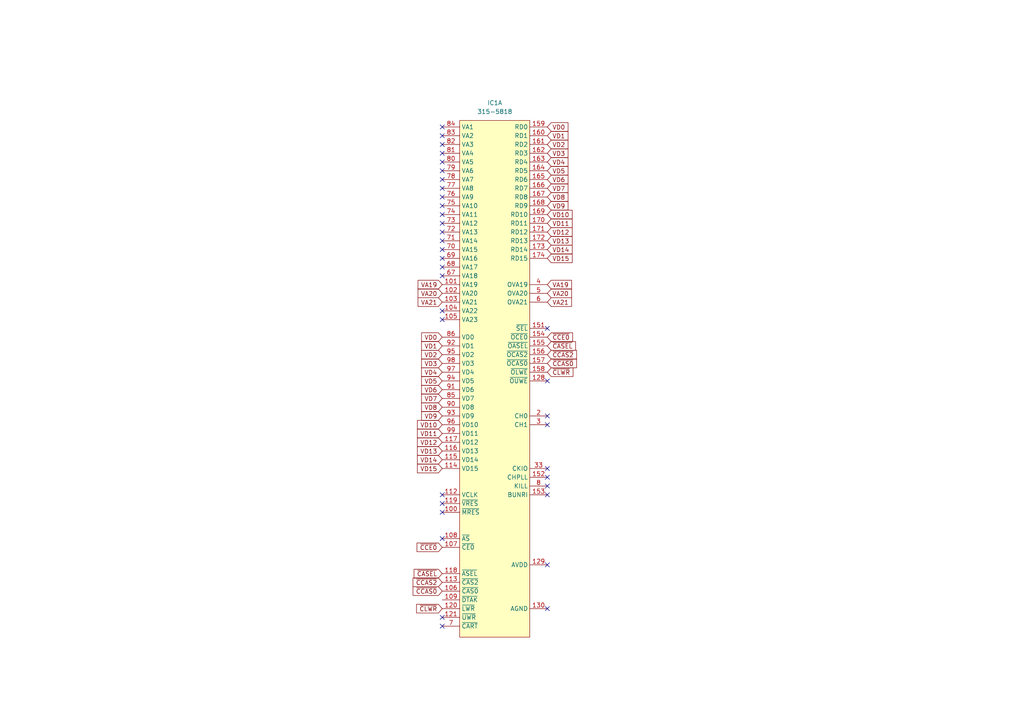
<source format=kicad_sch>
(kicad_sch (version 20250114) (generator "eeschema") (generator_version "9.0")
  (paper "A4")
  (lib_symbols
    (symbol "32X:315-5818"
      (property "Reference" "IC" (at 0 3.81 0))
      (property "Value" "315-5818" (at 0 1.905 0))
      (symbol "315-5818_1_1"
        (rectangle (start -10.16 0) (end 10.16 -149.86) (fill (type background)))
        (pin input line (at -15.24 -1.905 0) (length 5.08) (name "VA1") (number "84"))
        (pin input line (at -15.24 -4.445 0) (length 5.08) (name "VA2") (number "83"))
        (pin input line (at -15.24 -6.985 0) (length 5.08) (name "VA3") (number "82"))
        (pin input line (at -15.24 -9.525 0) (length 5.08) (name "VA4") (number "81"))
        (pin input line (at -15.24 -12.065 0) (length 5.08) (name "VA5") (number "80"))
        (pin input line (at -15.24 -14.605 0) (length 5.08) (name "VA6") (number "79"))
        (pin input line (at -15.24 -17.145 0) (length 5.08) (name "VA7") (number "78"))
        (pin input line (at -15.24 -19.685 0) (length 5.08) (name "VA8") (number "77"))
        (pin input line (at -15.24 -22.225 0) (length 5.08) (name "VA9") (number "76"))
        (pin input line (at -15.24 -24.765 0) (length 5.08) (name "VA10") (number "75"))
        (pin input line (at -15.24 -27.305 0) (length 5.08) (name "VA11") (number "74"))
        (pin input line (at -15.24 -29.845 0) (length 5.08) (name "VA12") (number "73"))
        (pin input line (at -15.24 -32.385 0) (length 5.08) (name "VA13") (number "72"))
        (pin input line (at -15.24 -34.925 0) (length 5.08) (name "VA14") (number "71"))
        (pin input line (at -15.24 -37.465 0) (length 5.08) (name "VA15") (number "70"))
        (pin input line (at -15.24 -40.005 0) (length 5.08) (name "VA16") (number "69"))
        (pin input line (at -15.24 -42.545 0) (length 5.08) (name "VA17") (number "68"))
        (pin input line (at -15.24 -45.085 0) (length 5.08) (name "VA18") (number "67"))
        (pin input line (at -15.24 -47.625 0) (length 5.08) (name "VA19") (number "101"))
        (pin input line (at -15.24 -50.165 0) (length 5.08) (name "VA20") (number "102"))
        (pin input line (at -15.24 -52.705 0) (length 5.08) (name "VA21") (number "103"))
        (pin input line (at -15.24 -55.245 0) (length 5.08) (name "VA22") (number "104"))
        (pin input line (at -15.24 -57.785 0) (length 5.08) (name "VA23") (number "105"))
        (pin input line (at -15.24 -62.865 0) (length 5.08) (name "VD0") (number "86"))
        (pin input line (at -15.24 -65.405 0) (length 5.08) (name "VD1") (number "92"))
        (pin input line (at -15.24 -67.945 0) (length 5.08) (name "VD2") (number "95"))
        (pin input line (at -15.24 -70.485 0) (length 5.08) (name "VD3") (number "98"))
        (pin input line (at -15.24 -73.025 0) (length 5.08) (name "VD4") (number "97"))
        (pin input line (at -15.24 -75.565 0) (length 5.08) (name "VD5") (number "94"))
        (pin input line (at -15.24 -78.105 0) (length 5.08) (name "VD6") (number "91"))
        (pin input line (at -15.24 -80.645 0) (length 5.08) (name "VD7") (number "85"))
        (pin input line (at -15.24 -83.185 0) (length 5.08) (name "VD8") (number "90"))
        (pin input line (at -15.24 -85.725 0) (length 5.08) (name "VD9") (number "93"))
        (pin input line (at -15.24 -88.265 0) (length 5.08) (name "VD10") (number "96"))
        (pin input line (at -15.24 -90.805 0) (length 5.08) (name "VD11") (number "99"))
        (pin input line (at -15.24 -93.345 0) (length 5.08) (name "VD12") (number "117"))
        (pin input line (at -15.24 -95.885 0) (length 5.08) (name "VD13") (number "116"))
        (pin input line (at -15.24 -98.425 0) (length 5.08) (name "VD14") (number "115"))
        (pin input line (at -15.24 -100.965 0) (length 5.08) (name "VD15") (number "114"))
        (pin input line (at -15.24 -108.585 0) (length 5.08) (name "VCLK") (number "112"))
        (pin input line (at -15.24 -111.125 0) (length 5.08) (name "~{VRES}") (number "119"))
        (pin input line (at -15.24 -113.665 0) (length 5.08) (name "~{MRES}") (number "100"))
        (pin input line (at -15.24 -121.285 0) (length 5.08) (name "~{AS}") (number "108"))
        (pin input line (at -15.24 -123.825 0) (length 5.08) (name "~{CE0}") (number "107"))
        (pin input line (at -15.24 -131.445 0) (length 5.08) (name "~{ASEL}") (number "118"))
        (pin input line (at -15.24 -133.985 0) (length 5.08) (name "~{CAS2}") (number "113"))
        (pin input line (at -15.24 -136.525 0) (length 5.08) (name "~{CAS0}") (number "106"))
        (pin input line (at -15.24 -139.065 0) (length 5.08) (name "~{DTAK}") (number "109"))
        (pin input line (at -15.24 -141.605 0) (length 5.08) (name "~{LWR}") (number "120"))
        (pin input line (at -15.24 -144.145 0) (length 5.08) (name "~{UWR}") (number "121"))
        (pin input line (at -15.24 -146.685 0) (length 5.08) (name "~{CART}") (number "7"))
        (pin input line (at 15.24 -1.905 180) (length 5.08) (name "RD0") (number "159"))
        (pin input line (at 15.24 -4.445 180) (length 5.08) (name "RD1") (number "160"))
        (pin input line (at 15.24 -6.985 180) (length 5.08) (name "RD2") (number "161"))
        (pin input line (at 15.24 -9.525 180) (length 5.08) (name "RD3") (number "162"))
        (pin input line (at 15.24 -12.065 180) (length 5.08) (name "RD4") (number "163"))
        (pin input line (at 15.24 -14.605 180) (length 5.08) (name "RD5") (number "164"))
        (pin input line (at 15.24 -17.145 180) (length 5.08) (name "RD6") (number "165"))
        (pin input line (at 15.24 -19.685 180) (length 5.08) (name "RD7") (number "166"))
        (pin input line (at 15.24 -22.225 180) (length 5.08) (name "RD8") (number "167"))
        (pin input line (at 15.24 -24.765 180) (length 5.08) (name "RD9") (number "168"))
        (pin input line (at 15.24 -27.305 180) (length 5.08) (name "RD10") (number "169"))
        (pin input line (at 15.24 -29.845 180) (length 5.08) (name "RD11") (number "170"))
        (pin input line (at 15.24 -32.385 180) (length 5.08) (name "RD12") (number "171"))
        (pin input line (at 15.24 -34.925 180) (length 5.08) (name "RD13") (number "172"))
        (pin input line (at 15.24 -37.465 180) (length 5.08) (name "RD14") (number "173"))
        (pin input line (at 15.24 -40.005 180) (length 5.08) (name "RD15") (number "174"))
        (pin input line (at 15.24 -47.625 180) (length 5.08) (name "OVA19") (number "4"))
        (pin input line (at 15.24 -50.165 180) (length 5.08) (name "OVA20") (number "5"))
        (pin input line (at 15.24 -52.705 180) (length 5.08) (name "OVA21") (number "6"))
        (pin input line (at 15.24 -60.325 180) (length 5.08) (name "~{SEL}") (number "151"))
        (pin input line (at 15.24 -62.865 180) (length 5.08) (name "~{OCE0}") (number "154"))
        (pin input line (at 15.24 -65.405 180) (length 5.08) (name "~{OASEL}") (number "155"))
        (pin input line (at 15.24 -67.945 180) (length 5.08) (name "~{OCAS2}") (number "156"))
        (pin input line (at 15.24 -70.485 180) (length 5.08) (name "~{OCAS0}") (number "157"))
        (pin input line (at 15.24 -73.025 180) (length 5.08) (name "~{OLWE}") (number "158"))
        (pin input line (at 15.24 -75.565 180) (length 5.08) (name "~{OUWE}") (number "128"))
        (pin input line (at 15.24 -85.725 180) (length 5.08) (name "CH0") (number "2"))
        (pin input line (at 15.24 -88.265 180) (length 5.08) (name "CH1") (number "3"))
        (pin input line (at 15.24 -100.965 180) (length 5.08) (name "CKIO") (number "33"))
        (pin input line (at 15.24 -103.505 180) (length 5.08) (name "CHPLL") (number "152"))
        (pin input line (at 15.24 -106.045 180) (length 5.08) (name "KILL") (number "8"))
        (pin input line (at 15.24 -108.585 180) (length 5.08) (name "BUNRI") (number "153"))
        (pin input line (at 15.24 -128.905 180) (length 5.08) (name "AVDD") (number "129"))
        (pin input line (at 15.24 -141.605 180) (length 5.08) (name "AGND") (number "130"))
      )
      (symbol "315-5818_2_1"
        (rectangle (start -10.16 0) (end 10.16 -144.78) (fill (type background)))
        (pin passive line (at -15.24 -2.54 0) (length 5.08) (name "SHA1") (number "35"))
        (pin passive line (at -15.24 -5.08 0) (length 5.08) (name "SHA2") (number "36"))
        (pin passive line (at -15.24 -7.62 0) (length 5.08) (name "SHA3") (number "37"))
        (pin passive line (at -15.24 -10.16 0) (length 5.08) (name "SHA4") (number "38"))
        (pin passive line (at -15.24 -12.7 0) (length 5.08) (name "SHA5") (number "39"))
        (pin passive line (at -15.24 -15.24 0) (length 5.08) (name "SHA6") (number "40"))
        (pin passive line (at -15.24 -17.78 0) (length 5.08) (name "SHA7") (number "41"))
        (pin passive line (at -15.24 -20.32 0) (length 5.08) (name "SHA8") (number "42"))
        (pin passive line (at -15.24 -22.86 0) (length 5.08) (name "SHA9") (number "43"))
        (pin passive line (at -15.24 -25.4 0) (length 5.08) (name "SHA10") (number "47"))
        (pin passive line (at -15.24 -27.94 0) (length 5.08) (name "SHA11") (number "48"))
        (pin passive line (at -15.24 -30.48 0) (length 5.08) (name "SHA12") (number "49"))
        (pin passive line (at -15.24 -33.02 0) (length 5.08) (name "SHA13") (number "50"))
        (pin passive line (at -15.24 -35.56 0) (length 5.08) (name "SHA14") (number "51"))
        (pin passive line (at -15.24 -38.1 0) (length 5.08) (name "SHA15") (number "52"))
        (pin passive line (at -15.24 -40.64 0) (length 5.08) (name "SHA16") (number "53"))
        (pin passive line (at -15.24 -43.18 0) (length 5.08) (name "SHA17") (number "54"))
        (pin passive line (at -15.24 -48.26 0) (length 5.08) (name "SHD0") (number "26"))
        (pin passive line (at -15.24 -50.8 0) (length 5.08) (name "SHD1") (number "25"))
        (pin passive line (at -15.24 -53.34 0) (length 5.08) (name "SHD2") (number "24"))
        (pin passive line (at -15.24 -55.88 0) (length 5.08) (name "SHD3") (number "21"))
        (pin passive line (at -15.24 -58.42 0) (length 5.08) (name "SHD4") (number "20"))
        (pin passive line (at -15.24 -60.96 0) (length 5.08) (name "SHD5") (number "19"))
        (pin passive line (at -15.24 -63.5 0) (length 5.08) (name "SHD6") (number "18"))
        (pin passive line (at -15.24 -66.04 0) (length 5.08) (name "SHD7") (number "17"))
        (pin passive line (at -15.24 -68.58 0) (length 5.08) (name "SHD8") (number "16"))
        (pin passive line (at -15.24 -71.12 0) (length 5.08) (name "SHD9") (number "15"))
        (pin passive line (at -15.24 -73.66 0) (length 5.08) (name "SHD10") (number "14"))
        (pin passive line (at -15.24 -76.2 0) (length 5.08) (name "SHD11") (number "13"))
        (pin passive line (at -15.24 -78.74 0) (length 5.08) (name "SHD12") (number "12"))
        (pin passive line (at -15.24 -81.28 0) (length 5.08) (name "SHD13") (number "11"))
        (pin passive line (at -15.24 -83.82 0) (length 5.08) (name "SHD14") (number "10"))
        (pin passive line (at -15.24 -86.36 0) (length 5.08) (name "SHD15") (number "9"))
        (pin passive line (at -15.24 -93.98 0) (length 5.08) (name "~{CS0M}") (number "64"))
        (pin passive line (at -15.24 -96.52 0) (length 5.08) (name "~{CS0S}") (number "63"))
        (pin passive line (at -15.24 -99.06 0) (length 5.08) (name "~{CS1}") (number "62"))
        (pin passive line (at -15.24 -101.6 0) (length 5.08) (name "~{CS2}") (number "61"))
        (pin passive line (at -15.24 -104.14 0) (length 5.08) (name "RDWR") (number "59"))
        (pin passive line (at -15.24 -106.68 0) (length 5.08) (name "~{RD}") (number "56"))
        (pin passive line (at -15.24 -109.22 0) (length 5.08) (name "~{BS}") (number "60"))
        (pin passive line (at -15.24 -111.76 0) (length 5.08) (name "~{DQLL}") (number "57"))
        (pin passive line (at -15.24 -114.3 0) (length 5.08) (name "~{DQLU}") (number "58"))
        (pin passive line (at -15.24 -116.84 0) (length 5.08) (name "~{DREQ0}") (number "66"))
        (pin passive line (at -15.24 -119.38 0) (length 5.08) (name "~{DREQ1}") (number "65"))
        (pin passive line (at -15.24 -121.92 0) (length 5.08) (name "~{WAIT}") (number "55"))
        (pin passive line (at -15.24 -124.46 0) (length 5.08) (name "~{SHRES}") (number "34"))
        (pin passive line (at -15.24 -129.54 0) (length 5.08) (name "~{SIRL1}") (number "27"))
        (pin passive line (at -15.24 -132.08 0) (length 5.08) (name "~{SIRL2}") (number "28"))
        (pin passive line (at -15.24 -134.62 0) (length 5.08) (name "~{SIRL3}") (number "29"))
        (pin passive line (at -15.24 -137.16 0) (length 5.08) (name "~{MIRL1}") (number "30"))
        (pin passive line (at -15.24 -139.7 0) (length 5.08) (name "~{MIRL2}") (number "31"))
        (pin passive line (at -15.24 -142.24 0) (length 5.08) (name "~{MIRL3}") (number "32"))
        (pin passive line (at 15.24 -2.54 180) (length 5.08) (name "AD0") (number "135"))
        (pin passive line (at 15.24 -5.08 180) (length 5.08) (name "AD1") (number "136"))
        (pin passive line (at 15.24 -7.62 180) (length 5.08) (name "AD2") (number "137"))
        (pin passive line (at 15.24 -10.16 180) (length 5.08) (name "AD3") (number "138"))
        (pin passive line (at 15.24 -12.7 180) (length 5.08) (name "AD4") (number "139"))
        (pin passive line (at 15.24 -15.24 180) (length 5.08) (name "AD5") (number "140"))
        (pin passive line (at 15.24 -17.78 180) (length 5.08) (name "AD6") (number "141"))
        (pin passive line (at 15.24 -20.32 180) (length 5.08) (name "AD7") (number "142"))
        (pin passive line (at 15.24 -22.86 180) (length 5.08) (name "AD8") (number "143"))
        (pin passive line (at 15.24 -25.4 180) (length 5.08) (name "AD9") (number "144"))
        (pin passive line (at 15.24 -27.94 180) (length 5.08) (name "AD10") (number "145"))
        (pin passive line (at 15.24 -30.48 180) (length 5.08) (name "AD11") (number "146"))
        (pin passive line (at 15.24 -33.02 180) (length 5.08) (name "AD12") (number "147"))
        (pin passive line (at 15.24 -35.56 180) (length 5.08) (name "AD13") (number "148"))
        (pin passive line (at 15.24 -38.1 180) (length 5.08) (name "AD14") (number "149"))
        (pin passive line (at 15.24 -40.64 180) (length 5.08) (name "AD15") (number "150"))
        (pin passive line (at 15.24 -48.26 180) (length 5.08) (name "RW") (number "127"))
        (pin passive line (at 15.24 -50.8 180) (length 5.08) (name "DIR") (number "126"))
        (pin passive line (at 15.24 -53.34 180) (length 5.08) (name "ACCS") (number "125"))
        (pin passive line (at 15.24 -55.88 180) (length 5.08) (name "VACK") (number "124"))
        (pin passive line (at 15.24 -58.42 180) (length 5.08) (name "VINT") (number "123"))
        (pin passive line (at 15.24 -60.96 180) (length 5.08) (name "HINT") (number "122"))
        (pin passive line (at 15.24 -63.5 180) (length 5.08) (name "C23") (number "131"))
        (pin passive line (at 15.24 -93.98 180) (length 5.08) (name "VCC") (number "1"))
        (pin passive line (at 15.24 -96.52 180) (length 5.08) (name "VCC") (number "22"))
        (pin passive line (at 15.24 -99.06 180) (length 5.08) (name "VCC") (number "44"))
        (pin passive line (at 15.24 -101.6 180) (length 5.08) (name "VCC") (number "89"))
        (pin passive line (at 15.24 -104.14 180) (length 5.08) (name "VCC") (number "110"))
        (pin passive line (at 15.24 -106.68 180) (length 5.08) (name "VCC") (number "132"))
        (pin passive line (at 15.24 -119.38 180) (length 5.08) (name "GND") (number "23"))
        (pin passive line (at 15.24 -121.92 180) (length 5.08) (name "GND") (number "45"))
        (pin passive line (at 15.24 -124.46 180) (length 5.08) (name "GND") (number "46"))
        (pin passive line (at 15.24 -127 180) (length 5.08) (name "GND") (number "87"))
        (pin passive line (at 15.24 -129.54 180) (length 5.08) (name "GND") (number "88"))
        (pin passive line (at 15.24 -132.08 180) (length 5.08) (name "GND") (number "111"))
        (pin passive line (at 15.24 -134.62 180) (length 5.08) (name "GND") (number "133"))
        (pin passive line (at 15.24 -137.16 180) (length 5.08) (name "GND") (number "134"))
        (pin passive line (at 15.24 -139.7 180) (length 5.08) (name "GND") (number "175"))
        (pin passive line (at 15.24 -142.24 180) (length 5.08) (name "GND") (number "176"))
      )
    )
  )
  (no_connect (at 158.75 140.97))
  (no_connect (at 128.27 67.31))
  (no_connect (at 128.27 77.47))
  (no_connect (at 158.75 120.65))
  (no_connect (at 158.75 123.19))
  (no_connect (at 128.27 146.05))
  (no_connect (at 128.27 74.93))
  (no_connect (at 128.27 41.91))
  (no_connect (at 128.27 39.37))
  (no_connect (at 128.27 57.15))
  (no_connect (at 128.27 72.39))
  (no_connect (at 128.27 54.61))
  (no_connect (at 128.27 143.51))
  (no_connect (at 128.27 52.07))
  (no_connect (at 128.27 179.07))
  (no_connect (at 128.27 44.45))
  (no_connect (at 128.27 69.85))
  (no_connect (at 158.75 138.43))
  (no_connect (at 158.75 143.51))
  (no_connect (at 128.27 156.21))
  (no_connect (at 158.75 95.25))
  (no_connect (at 128.27 90.17))
  (no_connect (at 128.27 36.83))
  (no_connect (at 128.27 62.23))
  (no_connect (at 128.27 80.01))
  (no_connect (at 128.27 148.59))
  (no_connect (at 128.27 181.61))
  (no_connect (at 158.75 163.83))
  (no_connect (at 128.27 49.53))
  (no_connect (at 158.75 135.89))
  (no_connect (at 158.75 110.49))
  (no_connect (at 128.27 46.99))
  (no_connect (at 128.27 92.71))
  (no_connect (at 128.27 64.77))
  (no_connect (at 158.75 176.53))
  (no_connect (at 128.27 59.69))
  (global_label "VD8" (shape input) (at 128.27 118.11 180) (property "Intersheetrefs" "${INTERSHEET_REFS}" (effects (hide yes))))
  (global_label "VD10" (shape input) (at 128.27 123.19 180) (property "Intersheetrefs" "${INTERSHEET_REFS}" (effects (hide yes))))
  (global_label "VD6" (shape input) (at 128.27 113.03 180) (property "Intersheetrefs" "${INTERSHEET_REFS}" (effects (hide yes))))
  (global_label "~{CASEL}" (shape input) (at 158.75 100.33 0) (property "Intersheetrefs" "${INTERSHEET_REFS}" (effects (hide yes))))
  (global_label "VD2" (shape input) (at 128.27 102.87 180) (property "Intersheetrefs" "${INTERSHEET_REFS}" (effects (hide yes))))
  (global_label "VD14" (shape input) (at 128.27 133.35 180) (property "Intersheetrefs" "${INTERSHEET_REFS}" (effects (hide yes))))
  (global_label "VD11" (shape input) (at 158.75 64.77 0) (property "Intersheetrefs" "${INTERSHEET_REFS}" (effects (hide yes))))
  (global_label "VA21" (shape input) (at 128.27 87.63 180) (property "Intersheetrefs" "${INTERSHEET_REFS}" (effects (hide yes))))
  (global_label "VD8" (shape input) (at 158.75 57.15 0) (property "Intersheetrefs" "${INTERSHEET_REFS}" (effects (hide yes))))
  (global_label "VD7" (shape input) (at 158.75 54.61 0) (property "Intersheetrefs" "${INTERSHEET_REFS}" (effects (hide yes))))
  (global_label "VD9" (shape input) (at 128.27 120.65 180) (property "Intersheetrefs" "${INTERSHEET_REFS}" (effects (hide yes))))
  (global_label "~{CCE0}" (shape input) (at 158.75 97.79 0) (property "Intersheetrefs" "${INTERSHEET_REFS}" (effects (hide yes))))
  (global_label "~{CCAS0}" (shape input) (at 158.75 105.41 0) (property "Intersheetrefs" "${INTERSHEET_REFS}" (effects (hide yes))))
  (global_label "~{CCAS0}" (shape input) (at 128.27 171.45 180) (property "Intersheetrefs" "${INTERSHEET_REFS}" (effects (hide yes))))
  (global_label "VD1" (shape input) (at 128.27 100.33 180) (property "Intersheetrefs" "${INTERSHEET_REFS}" (effects (hide yes))))
  (global_label "VD12" (shape input) (at 128.27 128.27 180) (property "Intersheetrefs" "${INTERSHEET_REFS}" (effects (hide yes))))
  (global_label "VD2" (shape input) (at 158.75 41.91 0) (property "Intersheetrefs" "${INTERSHEET_REFS}" (effects (hide yes))))
  (global_label "VD15" (shape input) (at 128.27 135.89 180) (property "Intersheetrefs" "${INTERSHEET_REFS}" (effects (hide yes))))
  (global_label "VD0" (shape input) (at 158.75 36.83 0) (property "Intersheetrefs" "${INTERSHEET_REFS}" (effects (hide yes))))
  (global_label "VD1" (shape input) (at 158.75 39.37 0) (property "Intersheetrefs" "${INTERSHEET_REFS}" (effects (hide yes))))
  (global_label "VA20" (shape input) (at 158.75 85.09 0) (property "Intersheetrefs" "${INTERSHEET_REFS}" (effects (hide yes))))
  (global_label "VD13" (shape input) (at 158.75 69.85 0) (property "Intersheetrefs" "${INTERSHEET_REFS}" (effects (hide yes))))
  (global_label "VD4" (shape input) (at 128.27 107.95 180) (property "Intersheetrefs" "${INTERSHEET_REFS}" (effects (hide yes))))
  (global_label "~{CLWR}" (shape input) (at 158.75 107.95 0) (property "Intersheetrefs" "${INTERSHEET_REFS}" (effects (hide yes))))
  (global_label "~{CCE0}" (shape input) (at 128.27 158.75 180) (property "Intersheetrefs" "${INTERSHEET_REFS}" (effects (hide yes))))
  (global_label "VD13" (shape input) (at 128.27 130.81 180) (property "Intersheetrefs" "${INTERSHEET_REFS}" (effects (hide yes))))
  (global_label "VD0" (shape input) (at 128.27 97.79 180) (property "Intersheetrefs" "${INTERSHEET_REFS}" (effects (hide yes))))
  (global_label "VA21" (shape input) (at 158.75 87.63 0) (property "Intersheetrefs" "${INTERSHEET_REFS}" (effects (hide yes))))
  (global_label "VD5" (shape input) (at 128.27 110.49 180) (property "Intersheetrefs" "${INTERSHEET_REFS}" (effects (hide yes))))
  (global_label "~{CLWR}" (shape input) (at 128.27 176.53 180) (property "Intersheetrefs" "${INTERSHEET_REFS}" (effects (hide yes))))
  (global_label "VD15" (shape input) (at 158.75 74.93 0) (property "Intersheetrefs" "${INTERSHEET_REFS}" (effects (hide yes))))
  (global_label "VD3" (shape input) (at 158.75 44.45 0) (property "Intersheetrefs" "${INTERSHEET_REFS}" (effects (hide yes))))
  (global_label "VD5" (shape input) (at 158.75 49.53 0) (property "Intersheetrefs" "${INTERSHEET_REFS}" (effects (hide yes))))
  (global_label "VD10" (shape input) (at 158.75 62.23 0) (property "Intersheetrefs" "${INTERSHEET_REFS}" (effects (hide yes))))
  (global_label "VD14" (shape input) (at 158.75 72.39 0) (property "Intersheetrefs" "${INTERSHEET_REFS}" (effects (hide yes))))
  (global_label "VD6" (shape input) (at 158.75 52.07 0) (property "Intersheetrefs" "${INTERSHEET_REFS}" (effects (hide yes))))
  (global_label "~{CCAS2}" (shape input) (at 128.27 168.91 180) (property "Intersheetrefs" "${INTERSHEET_REFS}" (effects (hide yes))))
  (global_label "VD11" (shape input) (at 128.27 125.73 180) (property "Intersheetrefs" "${INTERSHEET_REFS}" (effects (hide yes))))
  (global_label "VD9" (shape input) (at 158.75 59.69 0) (property "Intersheetrefs" "${INTERSHEET_REFS}" (effects (hide yes))))
  (global_label "VD12" (shape input) (at 158.75 67.31 0) (property "Intersheetrefs" "${INTERSHEET_REFS}" (effects (hide yes))))
  (global_label "VD7" (shape input) (at 128.27 115.57 180) (property "Intersheetrefs" "${INTERSHEET_REFS}" (effects (hide yes))))
  (global_label "VD4" (shape input) (at 158.75 46.99 0) (property "Intersheetrefs" "${INTERSHEET_REFS}" (effects (hide yes))))
  (global_label "~{CASEL}" (shape input) (at 128.27 166.37 180) (property "Intersheetrefs" "${INTERSHEET_REFS}" (effects (hide yes))))
  (global_label "~{CCAS2}" (shape input) (at 158.75 102.87 0) (property "Intersheetrefs" "${INTERSHEET_REFS}" (effects (hide yes))))
  (global_label "VA19" (shape input) (at 158.75 82.55 0) (property "Intersheetrefs" "${INTERSHEET_REFS}" (effects (hide yes))))
  (global_label "VD3" (shape input) (at 128.27 105.41 180) (property "Intersheetrefs" "${INTERSHEET_REFS}" (effects (hide yes))))
  (global_label "VA20" (shape input) (at 128.27 85.09 180) (property "Intersheetrefs" "${INTERSHEET_REFS}" (effects (hide yes))))
  (global_label "VA19" (shape input) (at 128.27 82.55 180) (property "Intersheetrefs" "${INTERSHEET_REFS}" (effects (hide yes))))
  (symbol (lib_id "32X:315-5818") (at 143.51 34.925 0) (unit 1)
    (property "Reference" "IC1" (at 143.51 29.845 0))
    (property "Value" "315-5818" (at 143.51 32.385 0))
    (property "Footprint" "32xLibs:315-5818" (effects (hide yes)))
  )
)
</source>
